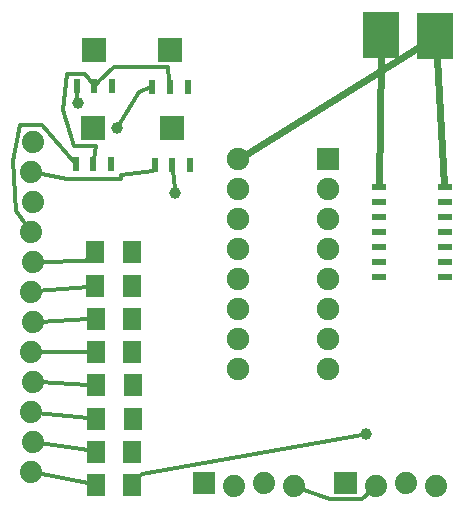
<source format=gbl>
G04 MADE WITH FRITZING*
G04 WWW.FRITZING.ORG*
G04 DOUBLE SIDED*
G04 HOLES PLATED*
G04 CONTOUR ON CENTER OF CONTOUR VECTOR*
%ASAXBY*%
%FSLAX23Y23*%
%MOIN*%
%OFA0B0*%
%SFA1.0B1.0*%
%ADD10C,0.075000*%
%ADD11C,0.039370*%
%ADD12C,0.074000*%
%ADD13R,0.120998X0.156479*%
%ADD14R,0.075000X0.075000*%
%ADD15R,0.047244X0.019685*%
%ADD16R,0.022835X0.047244*%
%ADD17R,0.078740X0.078740*%
%ADD18R,0.062992X0.074803*%
%ADD19C,0.024000*%
%ADD20C,0.012000*%
%ADD21R,0.001000X0.001000*%
%LNCOPPER0*%
G90*
G70*
G54D10*
X1104Y1219D03*
X804Y1219D03*
X1104Y1119D03*
X804Y1119D03*
X1104Y1019D03*
X804Y1019D03*
X1104Y919D03*
X804Y919D03*
X1104Y819D03*
X804Y819D03*
X1104Y719D03*
X804Y719D03*
X1104Y619D03*
X804Y619D03*
X1104Y519D03*
X804Y519D03*
X1104Y1219D03*
X804Y1219D03*
X1104Y1119D03*
X804Y1119D03*
X1104Y1019D03*
X804Y1019D03*
X1104Y919D03*
X804Y919D03*
X1104Y819D03*
X804Y819D03*
X1104Y719D03*
X804Y719D03*
X1104Y619D03*
X804Y619D03*
X1104Y519D03*
X804Y519D03*
G54D11*
X402Y1322D03*
X270Y1406D03*
X1230Y302D03*
X594Y1106D03*
G54D12*
X121Y1276D03*
X113Y1176D03*
X121Y1076D03*
X113Y976D03*
X121Y876D03*
X113Y776D03*
X121Y676D03*
X113Y576D03*
X121Y476D03*
X113Y376D03*
X121Y276D03*
X113Y176D03*
X692Y139D03*
X792Y129D03*
X892Y139D03*
X992Y129D03*
X1164Y138D03*
X1264Y128D03*
X1364Y138D03*
X1464Y128D03*
G54D13*
X1282Y1631D03*
X1462Y1628D03*
G54D14*
X1104Y1219D03*
X1104Y1219D03*
G54D15*
X1493Y1127D03*
X1493Y1077D03*
X1493Y1027D03*
X1493Y977D03*
X1493Y927D03*
X1493Y877D03*
X1493Y827D03*
X1276Y827D03*
X1276Y877D03*
X1276Y927D03*
X1276Y977D03*
X1276Y1027D03*
X1276Y1077D03*
X1276Y1127D03*
G54D16*
X386Y1461D03*
X326Y1461D03*
X267Y1461D03*
G54D17*
X326Y1583D03*
G54D16*
X381Y1201D03*
X322Y1201D03*
X263Y1201D03*
G54D17*
X322Y1323D03*
G54D16*
X645Y1199D03*
X586Y1199D03*
X527Y1199D03*
G54D17*
X586Y1322D03*
G54D16*
X637Y1460D03*
X578Y1460D03*
X519Y1460D03*
G54D17*
X578Y1582D03*
G54D18*
X329Y908D03*
X451Y908D03*
X329Y796D03*
X451Y796D03*
X330Y132D03*
X452Y132D03*
X330Y243D03*
X452Y243D03*
X331Y354D03*
X453Y354D03*
X331Y466D03*
X453Y466D03*
X330Y576D03*
X452Y576D03*
X330Y687D03*
X452Y687D03*
G54D19*
X1467Y1555D02*
X1492Y1131D01*
D02*
X1281Y1558D02*
X1276Y1131D01*
D02*
X1407Y1594D02*
X828Y1234D01*
G54D20*
D02*
X304Y686D02*
X144Y677D01*
D02*
X304Y576D02*
X136Y576D01*
D02*
X305Y467D02*
X144Y475D01*
D02*
X304Y138D02*
X136Y172D01*
D02*
X303Y794D02*
X136Y778D01*
D02*
X305Y357D02*
X136Y374D01*
D02*
X304Y248D02*
X144Y273D01*
D02*
X513Y1458D02*
X474Y1442D01*
D02*
X294Y878D02*
X144Y876D01*
D02*
X303Y886D02*
X294Y878D01*
D02*
X523Y1181D02*
X522Y1178D01*
D02*
X474Y1442D02*
X409Y1333D01*
D02*
X234Y1154D02*
X136Y1172D01*
D02*
X414Y1154D02*
X234Y1154D01*
D02*
X414Y1166D02*
X414Y1154D01*
D02*
X522Y1178D02*
X414Y1166D01*
D02*
X257Y1208D02*
X150Y1334D01*
D02*
X78Y1334D02*
X54Y1214D01*
D02*
X150Y1334D02*
X78Y1334D01*
D02*
X66Y1046D02*
X100Y995D01*
D02*
X54Y1214D02*
X66Y1046D01*
D02*
X269Y1419D02*
X268Y1443D01*
D02*
X1217Y299D02*
X486Y170D01*
X486Y170D02*
X478Y161D01*
D02*
X588Y1181D02*
X593Y1119D01*
D02*
X332Y1467D02*
X342Y1478D01*
D02*
X570Y1526D02*
X576Y1478D01*
D02*
X390Y1526D02*
X570Y1526D01*
D02*
X342Y1478D02*
X390Y1526D01*
D02*
X222Y1382D02*
X234Y1502D01*
D02*
X258Y1262D02*
X222Y1382D01*
D02*
X330Y1262D02*
X258Y1262D01*
D02*
X324Y1219D02*
X330Y1262D01*
D02*
X294Y1502D02*
X321Y1468D01*
D02*
X234Y1502D02*
X294Y1502D01*
D02*
X1110Y86D02*
X1016Y120D01*
D02*
X1218Y86D02*
X1110Y86D01*
D02*
X1245Y110D02*
X1218Y86D01*
G54D21*
X655Y177D02*
X728Y177D01*
X655Y176D02*
X728Y176D01*
X1127Y176D02*
X1199Y176D01*
X655Y175D02*
X728Y175D01*
X1126Y175D02*
X1199Y175D01*
X655Y174D02*
X728Y174D01*
X1126Y174D02*
X1199Y174D01*
X655Y173D02*
X728Y173D01*
X1126Y173D02*
X1199Y173D01*
X655Y172D02*
X728Y172D01*
X1126Y172D02*
X1199Y172D01*
X655Y171D02*
X728Y171D01*
X1126Y171D02*
X1199Y171D01*
X655Y170D02*
X728Y170D01*
X1126Y170D02*
X1199Y170D01*
X655Y169D02*
X728Y169D01*
X1126Y169D02*
X1199Y169D01*
X655Y168D02*
X728Y168D01*
X1126Y168D02*
X1199Y168D01*
X655Y167D02*
X728Y167D01*
X1126Y167D02*
X1199Y167D01*
X655Y166D02*
X728Y166D01*
X1126Y166D02*
X1199Y166D01*
X655Y165D02*
X728Y165D01*
X1126Y165D02*
X1199Y165D01*
X655Y164D02*
X728Y164D01*
X1126Y164D02*
X1199Y164D01*
X655Y163D02*
X728Y163D01*
X1126Y163D02*
X1199Y163D01*
X655Y162D02*
X728Y162D01*
X1126Y162D02*
X1199Y162D01*
X655Y161D02*
X728Y161D01*
X1126Y161D02*
X1199Y161D01*
X655Y160D02*
X687Y160D01*
X695Y160D02*
X728Y160D01*
X1126Y160D02*
X1199Y160D01*
X655Y159D02*
X683Y159D01*
X699Y159D02*
X728Y159D01*
X1126Y159D02*
X1161Y159D01*
X1165Y159D02*
X1199Y159D01*
X655Y158D02*
X681Y158D01*
X701Y158D02*
X728Y158D01*
X1126Y158D02*
X1156Y158D01*
X1170Y158D02*
X1199Y158D01*
X655Y157D02*
X679Y157D01*
X703Y157D02*
X728Y157D01*
X1126Y157D02*
X1153Y157D01*
X1172Y157D02*
X1199Y157D01*
X655Y156D02*
X678Y156D01*
X704Y156D02*
X728Y156D01*
X1126Y156D02*
X1152Y156D01*
X1174Y156D02*
X1199Y156D01*
X655Y155D02*
X677Y155D01*
X705Y155D02*
X728Y155D01*
X1126Y155D02*
X1150Y155D01*
X1175Y155D02*
X1199Y155D01*
X655Y154D02*
X676Y154D01*
X706Y154D02*
X728Y154D01*
X1126Y154D02*
X1149Y154D01*
X1177Y154D02*
X1199Y154D01*
X655Y153D02*
X675Y153D01*
X707Y153D02*
X728Y153D01*
X1126Y153D02*
X1148Y153D01*
X1178Y153D02*
X1199Y153D01*
X655Y152D02*
X674Y152D01*
X708Y152D02*
X728Y152D01*
X1126Y152D02*
X1147Y152D01*
X1179Y152D02*
X1199Y152D01*
X655Y151D02*
X674Y151D01*
X708Y151D02*
X728Y151D01*
X1126Y151D02*
X1146Y151D01*
X1179Y151D02*
X1199Y151D01*
X655Y150D02*
X673Y150D01*
X709Y150D02*
X728Y150D01*
X1126Y150D02*
X1146Y150D01*
X1180Y150D02*
X1199Y150D01*
X655Y149D02*
X673Y149D01*
X710Y149D02*
X728Y149D01*
X1126Y149D02*
X1145Y149D01*
X1181Y149D02*
X1199Y149D01*
X655Y148D02*
X672Y148D01*
X710Y148D02*
X728Y148D01*
X1126Y148D02*
X1144Y148D01*
X1181Y148D02*
X1199Y148D01*
X655Y147D02*
X672Y147D01*
X710Y147D02*
X728Y147D01*
X1126Y147D02*
X1144Y147D01*
X1182Y147D02*
X1199Y147D01*
X655Y146D02*
X671Y146D01*
X711Y146D02*
X728Y146D01*
X1126Y146D02*
X1144Y146D01*
X1182Y146D02*
X1199Y146D01*
X655Y145D02*
X671Y145D01*
X711Y145D02*
X728Y145D01*
X1126Y145D02*
X1143Y145D01*
X1182Y145D02*
X1199Y145D01*
X655Y144D02*
X671Y144D01*
X711Y144D02*
X728Y144D01*
X1126Y144D02*
X1143Y144D01*
X1183Y144D02*
X1199Y144D01*
X655Y143D02*
X671Y143D01*
X711Y143D02*
X728Y143D01*
X1126Y143D02*
X1143Y143D01*
X1183Y143D02*
X1199Y143D01*
X655Y142D02*
X671Y142D01*
X711Y142D02*
X728Y142D01*
X1126Y142D02*
X1143Y142D01*
X1183Y142D02*
X1199Y142D01*
X655Y141D02*
X671Y141D01*
X712Y141D02*
X728Y141D01*
X1126Y141D02*
X1143Y141D01*
X1183Y141D02*
X1199Y141D01*
X655Y140D02*
X671Y140D01*
X712Y140D02*
X728Y140D01*
X1126Y140D02*
X1142Y140D01*
X1183Y140D02*
X1199Y140D01*
X655Y139D02*
X671Y139D01*
X711Y139D02*
X728Y139D01*
X1126Y139D02*
X1142Y139D01*
X1183Y139D02*
X1199Y139D01*
X655Y138D02*
X671Y138D01*
X711Y138D02*
X728Y138D01*
X1126Y138D02*
X1142Y138D01*
X1183Y138D02*
X1199Y138D01*
X655Y137D02*
X671Y137D01*
X711Y137D02*
X728Y137D01*
X1126Y137D02*
X1143Y137D01*
X1183Y137D02*
X1199Y137D01*
X655Y136D02*
X671Y136D01*
X711Y136D02*
X728Y136D01*
X1126Y136D02*
X1143Y136D01*
X1183Y136D02*
X1199Y136D01*
X655Y135D02*
X671Y135D01*
X711Y135D02*
X728Y135D01*
X1126Y135D02*
X1143Y135D01*
X1183Y135D02*
X1199Y135D01*
X655Y134D02*
X672Y134D01*
X710Y134D02*
X728Y134D01*
X1126Y134D02*
X1143Y134D01*
X1183Y134D02*
X1199Y134D01*
X655Y133D02*
X672Y133D01*
X710Y133D02*
X728Y133D01*
X1126Y133D02*
X1143Y133D01*
X1182Y133D02*
X1199Y133D01*
X655Y132D02*
X673Y132D01*
X710Y132D02*
X728Y132D01*
X1126Y132D02*
X1144Y132D01*
X1182Y132D02*
X1199Y132D01*
X655Y131D02*
X673Y131D01*
X709Y131D02*
X728Y131D01*
X1126Y131D02*
X1144Y131D01*
X1182Y131D02*
X1199Y131D01*
X655Y130D02*
X674Y130D01*
X709Y130D02*
X728Y130D01*
X1126Y130D02*
X1145Y130D01*
X1181Y130D02*
X1199Y130D01*
X655Y129D02*
X674Y129D01*
X708Y129D02*
X728Y129D01*
X1126Y129D02*
X1145Y129D01*
X1180Y129D02*
X1199Y129D01*
X655Y128D02*
X675Y128D01*
X707Y128D02*
X728Y128D01*
X1126Y128D02*
X1146Y128D01*
X1180Y128D02*
X1199Y128D01*
X655Y127D02*
X676Y127D01*
X706Y127D02*
X728Y127D01*
X1126Y127D02*
X1147Y127D01*
X1179Y127D02*
X1199Y127D01*
X655Y126D02*
X677Y126D01*
X705Y126D02*
X728Y126D01*
X1126Y126D02*
X1147Y126D01*
X1178Y126D02*
X1199Y126D01*
X655Y125D02*
X678Y125D01*
X704Y125D02*
X728Y125D01*
X1126Y125D02*
X1148Y125D01*
X1177Y125D02*
X1199Y125D01*
X655Y124D02*
X679Y124D01*
X703Y124D02*
X728Y124D01*
X1126Y124D02*
X1149Y124D01*
X1176Y124D02*
X1199Y124D01*
X655Y123D02*
X681Y123D01*
X701Y123D02*
X728Y123D01*
X1126Y123D02*
X1151Y123D01*
X1175Y123D02*
X1199Y123D01*
X655Y122D02*
X683Y122D01*
X699Y122D02*
X728Y122D01*
X1126Y122D02*
X1152Y122D01*
X1173Y122D02*
X1199Y122D01*
X655Y121D02*
X686Y121D01*
X696Y121D02*
X728Y121D01*
X1126Y121D02*
X1154Y121D01*
X1172Y121D02*
X1199Y121D01*
X655Y120D02*
X728Y120D01*
X1126Y120D02*
X1157Y120D01*
X1169Y120D02*
X1199Y120D01*
X655Y119D02*
X728Y119D01*
X1126Y119D02*
X1199Y119D01*
X655Y118D02*
X728Y118D01*
X1126Y118D02*
X1199Y118D01*
X655Y117D02*
X728Y117D01*
X1126Y117D02*
X1199Y117D01*
X655Y116D02*
X728Y116D01*
X1126Y116D02*
X1199Y116D01*
X655Y115D02*
X728Y115D01*
X1126Y115D02*
X1199Y115D01*
X655Y114D02*
X728Y114D01*
X1126Y114D02*
X1199Y114D01*
X655Y113D02*
X728Y113D01*
X1126Y113D02*
X1199Y113D01*
X655Y112D02*
X728Y112D01*
X1126Y112D02*
X1199Y112D01*
X655Y111D02*
X728Y111D01*
X1126Y111D02*
X1199Y111D01*
X655Y110D02*
X728Y110D01*
X1126Y110D02*
X1199Y110D01*
X655Y109D02*
X728Y109D01*
X1126Y109D02*
X1199Y109D01*
X655Y108D02*
X728Y108D01*
X1126Y108D02*
X1199Y108D01*
X655Y107D02*
X728Y107D01*
X1126Y107D02*
X1199Y107D01*
X655Y106D02*
X728Y106D01*
X1126Y106D02*
X1199Y106D01*
X655Y105D02*
X728Y105D01*
X1126Y105D02*
X1199Y105D01*
X655Y104D02*
X728Y104D01*
X1126Y104D02*
X1199Y104D01*
X1126Y103D02*
X1199Y103D01*
D02*
G04 End of Copper0*
M02*
</source>
